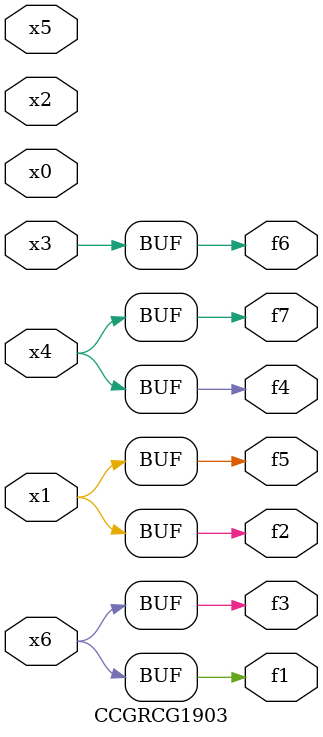
<source format=v>
module CCGRCG1903(
	input x0, x1, x2, x3, x4, x5, x6,
	output f1, f2, f3, f4, f5, f6, f7
);
	assign f1 = x6;
	assign f2 = x1;
	assign f3 = x6;
	assign f4 = x4;
	assign f5 = x1;
	assign f6 = x3;
	assign f7 = x4;
endmodule

</source>
